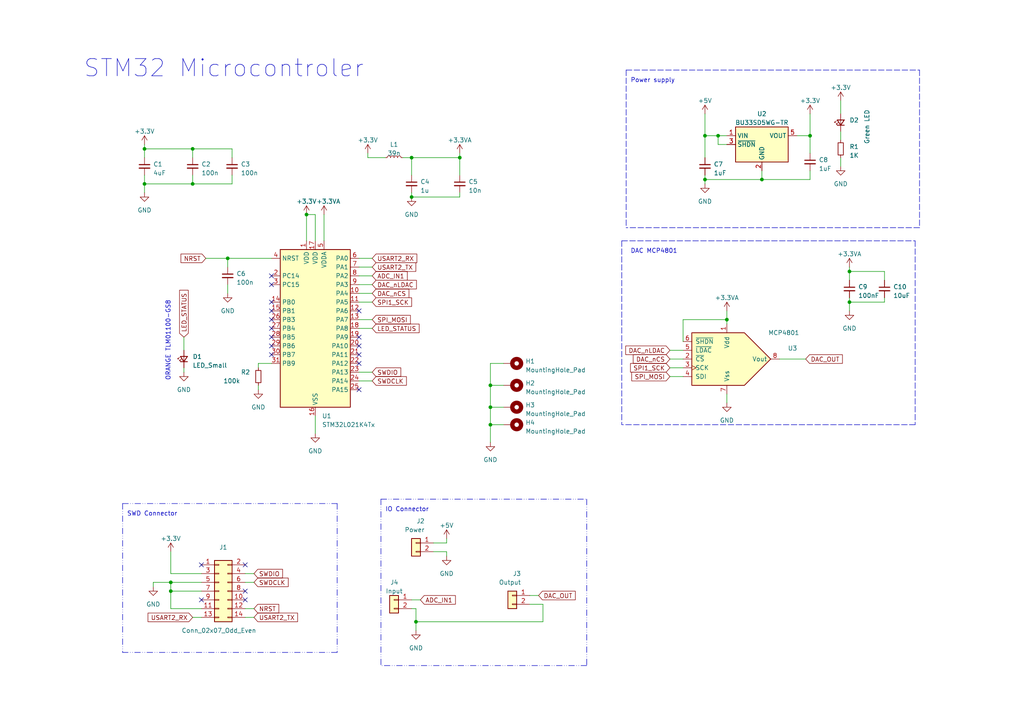
<source format=kicad_sch>
(kicad_sch (version 20230121) (generator eeschema)
  (paper "A4")
  (lib_symbols
    (symbol "Analog_DAC:MCP4801" (pin_names (offset 1.016))
      (property "Reference" "U" (at 1.27 10.795 0))
      (property "Value" "MCP4801" (at 1.27 8.89 0))
      (symbol "MCP4801_0_0"
        (polyline (pts (xy 12.7 0) (xy 5.08 7.62) (xy -10.16 7.62) (xy -10.16 -7.62) (xy 5.08 -7.62) (xy 12.7 0)) (stroke (width 0.254)) (fill (type background)))
      )
      (symbol "MCP4801_1_1"
        (pin power_in line (at 0 10.16 270) (length 2.54) (name "Vdd") (number "1"))
        (pin input line (at -12.7 0 0) (length 2.54) (name "~{CS}") (number "2"))
        (pin input clock (at -12.7 -2.54 0) (length 2.54) (name "SCK") (number "3"))
        (pin input line (at -12.7 -5.08 0) (length 2.54) (name "SDI") (number "4"))
        (pin input line (at -12.7 2.54 0) (length 2.54) (name "~{LDAC}") (number "5"))
        (pin input line (at -12.7 5.08 0) (length 2.54) (name "~{SHDN}") (number "6"))
        (pin power_in line (at 0 -10.16 90) (length 2.54) (name "Vss") (number "7"))
        (pin output line (at 15.24 0 180) (length 2.54) (name "Vout") (number "8"))
      )
    )
    (symbol "Connector_Generic:Conn_01x02" (pin_names (offset 1.016) hide)
      (property "Reference" "J" (at 0 2.54 0))
      (property "Value" "Conn_01x02" (at 0 -5.08 0))
      (symbol "Conn_01x02_1_1"
        (rectangle (start -1.27 -2.413) (end 0 -2.667) (stroke (width 0.1524)))
        (rectangle (start -1.27 0.127) (end 0 -0.127) (stroke (width 0.1524)))
        (rectangle (start -1.27 1.27) (end 1.27 -3.81) (stroke (width 0.254)) (fill (type background)))
        (pin passive line (at -5.08 0 0) (length 3.81) (name "Pin_1") (number "1"))
        (pin passive line (at -5.08 -2.54 0) (length 3.81) (name "Pin_2") (number "2"))
      )
    )
    (symbol "Connector_Generic:Conn_02x07_Odd_Even" (pin_names (offset 1.016) hide)
      (property "Reference" "J" (at 1.27 10.16 0))
      (property "Value" "Conn_02x07_Odd_Even" (at 1.27 -10.16 0))
      (symbol "Conn_02x07_Odd_Even_1_1"
        (rectangle (start -1.27 -7.493) (end 0 -7.747) (stroke (width 0.1524)))
        (rectangle (start -1.27 -4.953) (end 0 -5.207) (stroke (width 0.1524)))
        (rectangle (start -1.27 -2.413) (end 0 -2.667) (stroke (width 0.1524)))
        (rectangle (start -1.27 0.127) (end 0 -0.127) (stroke (width 0.1524)))
        (rectangle (start -1.27 2.667) (end 0 2.413) (stroke (width 0.1524)))
        (rectangle (start -1.27 5.207) (end 0 4.953) (stroke (width 0.1524)))
        (rectangle (start -1.27 7.747) (end 0 7.493) (stroke (width 0.1524)))
        (rectangle (start -1.27 8.89) (end 3.81 -8.89) (stroke (width 0.254)) (fill (type background)))
        (rectangle (start 3.81 -7.493) (end 2.54 -7.747) (stroke (width 0.1524)))
        (rectangle (start 3.81 -4.953) (end 2.54 -5.207) (stroke (width 0.1524)))
        (rectangle (start 3.81 -2.413) (end 2.54 -2.667) (stroke (width 0.1524)))
        (rectangle (start 3.81 0.127) (end 2.54 -0.127) (stroke (width 0.1524)))
        (rectangle (start 3.81 2.667) (end 2.54 2.413) (stroke (width 0.1524)))
        (rectangle (start 3.81 5.207) (end 2.54 4.953) (stroke (width 0.1524)))
        (rectangle (start 3.81 7.747) (end 2.54 7.493) (stroke (width 0.1524)))
        (pin passive line (at -5.08 7.62 0) (length 3.81) (name "Pin_1") (number "1"))
        (pin passive line (at 7.62 -2.54 180) (length 3.81) (name "Pin_10") (number "10"))
        (pin passive line (at -5.08 -5.08 0) (length 3.81) (name "Pin_11") (number "11"))
        (pin passive line (at 7.62 -5.08 180) (length 3.81) (name "Pin_12") (number "12"))
        (pin passive line (at -5.08 -7.62 0) (length 3.81) (name "Pin_13") (number "13"))
        (pin passive line (at 7.62 -7.62 180) (length 3.81) (name "Pin_14") (number "14"))
        (pin passive line (at 7.62 7.62 180) (length 3.81) (name "Pin_2") (number "2"))
        (pin passive line (at -5.08 5.08 0) (length 3.81) (name "Pin_3") (number "3"))
        (pin passive line (at 7.62 5.08 180) (length 3.81) (name "Pin_4") (number "4"))
        (pin passive line (at -5.08 2.54 0) (length 3.81) (name "Pin_5") (number "5"))
        (pin passive line (at 7.62 2.54 180) (length 3.81) (name "Pin_6") (number "6"))
        (pin passive line (at -5.08 0 0) (length 3.81) (name "Pin_7") (number "7"))
        (pin passive line (at 7.62 0 180) (length 3.81) (name "Pin_8") (number "8"))
        (pin passive line (at -5.08 -2.54 0) (length 3.81) (name "Pin_9") (number "9"))
      )
    )
    (symbol "Device:C_Small" (pin_numbers hide) (pin_names (offset 0.254) hide)
      (property "Reference" "C" (at 0.254 1.778 0))
      (property "Value" "C_Small" (at 0.254 -2.032 0))
      (symbol "C_Small_0_1"
        (polyline (pts (xy -1.524 -0.508) (xy 1.524 -0.508)) (stroke (width 0.3302)))
        (polyline (pts (xy -1.524 0.508) (xy 1.524 0.508)) (stroke (width 0.3048)))
      )
      (symbol "C_Small_1_1"
        (pin passive line (at 0 2.54 270) (length 2.032) (name "~") (number "1"))
        (pin passive line (at 0 -2.54 90) (length 2.032) (name "~") (number "2"))
      )
    )
    (symbol "Device:LED_Small" (pin_numbers hide) (pin_names (offset 0.254) hide)
      (property "Reference" "D" (at -1.27 3.175 0))
      (property "Value" "LED_Small" (at -4.445 -2.54 0))
      (symbol "LED_Small_0_1"
        (polyline (pts (xy -0.762 -1.016) (xy -0.762 1.016)) (stroke (width 0.254)))
        (polyline (pts (xy 1.016 0) (xy -0.762 0)))
        (polyline (pts (xy 0.762 -1.016) (xy -0.762 0) (xy 0.762 1.016) (xy 0.762 -1.016)) (stroke (width 0.254)))
        (polyline (pts (xy 0 0.762) (xy -0.508 1.27) (xy -0.254 1.27) (xy -0.508 1.27) (xy -0.508 1.016)))
        (polyline (pts (xy 0.508 1.27) (xy 0 1.778) (xy 0.254 1.778) (xy 0 1.778) (xy 0 1.524)))
      )
      (symbol "LED_Small_1_1"
        (pin passive line (at -2.54 0 0) (length 1.778) (name "K") (number "1"))
        (pin passive line (at 2.54 0 180) (length 1.778) (name "A") (number "2"))
      )
    )
    (symbol "Device:L_Small" (pin_numbers hide) (pin_names (offset 0.254) hide)
      (property "Reference" "L" (at 0.762 1.016 0))
      (property "Value" "L_Small" (at 0.762 -1.016 0))
      (symbol "L_Small_0_1"
        (arc (start 0 -2.032) (mid 0.5058 -1.524) (end 0 -1.016))
        (arc (start 0 -1.016) (mid 0.5058 -0.508) (end 0 0))
        (arc (start 0 0) (mid 0.5058 0.508) (end 0 1.016))
        (arc (start 0 1.016) (mid 0.5058 1.524) (end 0 2.032))
      )
      (symbol "L_Small_1_1"
        (pin passive line (at 0 2.54 270) (length 0.508) (name "~") (number "1"))
        (pin passive line (at 0 -2.54 90) (length 0.508) (name "~") (number "2"))
      )
    )
    (symbol "Device:R_Small" (pin_numbers hide) (pin_names (offset 0.254) hide)
      (property "Reference" "R" (at 0.762 0.508 0))
      (property "Value" "R_Small" (at 0.762 -1.016 0))
      (symbol "R_Small_0_1"
        (rectangle (start -0.762 1.778) (end 0.762 -1.778) (stroke (width 0.2032)))
      )
      (symbol "R_Small_1_1"
        (pin passive line (at 0 2.54 270) (length 0.762) (name "~") (number "1"))
        (pin passive line (at 0 -2.54 90) (length 0.762) (name "~") (number "2"))
      )
    )
    (symbol "MCU_ST_STM32L0:STM32L021K4Tx"
      (property "Reference" "U" (at -10.16 24.13 0))
      (property "Value" "STM32L021K4Tx" (at 5.08 24.13 0))
      (symbol "STM32L021K4Tx_0_1"
        (rectangle (start -10.16 -22.86) (end 10.16 22.86) (stroke (width 0.254)) (fill (type background)))
      )
      (symbol "STM32L021K4Tx_1_1"
        (pin power_in line (at -2.54 25.4 270) (length 2.54) (name "VDD") (number "1"))
        (pin bidirectional line (at 12.7 10.16 180) (length 2.54) (name "PA4") (number "10"))
        (pin bidirectional line (at 12.7 7.62 180) (length 2.54) (name "PA5") (number "11"))
        (pin bidirectional line (at 12.7 5.08 180) (length 2.54) (name "PA6") (number "12"))
        (pin bidirectional line (at 12.7 2.54 180) (length 2.54) (name "PA7") (number "13"))
        (pin bidirectional line (at -12.7 7.62 0) (length 2.54) (name "PB0") (number "14"))
        (pin bidirectional line (at -12.7 5.08 0) (length 2.54) (name "PB1") (number "15"))
        (pin power_in line (at 0 -25.4 90) (length 2.54) (name "VSS") (number "16"))
        (pin power_in line (at 0 25.4 270) (length 2.54) (name "VDD") (number "17"))
        (pin bidirectional line (at 12.7 0 180) (length 2.54) (name "PA8") (number "18"))
        (pin bidirectional line (at 12.7 -2.54 180) (length 2.54) (name "PA9") (number "19"))
        (pin bidirectional line (at -12.7 15.24 0) (length 2.54) (name "PC14") (number "2"))
        (pin bidirectional line (at 12.7 -5.08 180) (length 2.54) (name "PA10") (number "20"))
        (pin bidirectional line (at 12.7 -7.62 180) (length 2.54) (name "PA11") (number "21"))
        (pin bidirectional line (at 12.7 -10.16 180) (length 2.54) (name "PA12") (number "22"))
        (pin bidirectional line (at 12.7 -12.7 180) (length 2.54) (name "PA13") (number "23"))
        (pin bidirectional line (at 12.7 -15.24 180) (length 2.54) (name "PA14") (number "24"))
        (pin bidirectional line (at 12.7 -17.78 180) (length 2.54) (name "PA15") (number "25"))
        (pin bidirectional line (at -12.7 2.54 0) (length 2.54) (name "PB3") (number "26"))
        (pin bidirectional line (at -12.7 0 0) (length 2.54) (name "PB4") (number "27"))
        (pin bidirectional line (at -12.7 -2.54 0) (length 2.54) (name "PB5") (number "28"))
        (pin bidirectional line (at -12.7 -5.08 0) (length 2.54) (name "PB6") (number "29"))
        (pin bidirectional line (at -12.7 12.7 0) (length 2.54) (name "PC15") (number "3"))
        (pin bidirectional line (at -12.7 -7.62 0) (length 2.54) (name "PB7") (number "30"))
        (pin bidirectional line (at -12.7 -10.16 0) (length 2.54) (name "PB9") (number "31"))
        (pin passive line (at 0 -25.4 90) (length 2.54) hide (name "VSS") (number "32"))
        (pin input line (at -12.7 20.32 0) (length 2.54) (name "NRST") (number "4"))
        (pin power_in line (at 2.54 25.4 270) (length 2.54) (name "VDDA") (number "5"))
        (pin bidirectional line (at 12.7 20.32 180) (length 2.54) (name "PA0") (number "6"))
        (pin bidirectional line (at 12.7 17.78 180) (length 2.54) (name "PA1") (number "7"))
        (pin bidirectional line (at 12.7 15.24 180) (length 2.54) (name "PA2") (number "8"))
        (pin bidirectional line (at 12.7 12.7 180) (length 2.54) (name "PA3") (number "9"))
      )
    )
    (symbol "Mechanical:MountingHole_Pad" (pin_numbers hide) (pin_names (offset 1.016) hide)
      (property "Reference" "H" (at 0 6.35 0))
      (property "Value" "MountingHole_Pad" (at 0 4.445 0))
      (symbol "MountingHole_Pad_0_1"
        (circle (center 0 1.27) (radius 1.27) (stroke (width 1.27)))
      )
      (symbol "MountingHole_Pad_1_1"
        (pin input line (at 0 -2.54 90) (length 2.54) (name "1") (number "1"))
      )
    )
    (symbol "Regulator_Linear:MCP1802x-xx02xOT"
      (property "Reference" "U" (at -6.35 6.35 0))
      (property "Value" "MCP1802x-xx02xOT" (at 0 6.35 0))
      (symbol "MCP1802x-xx02xOT_0_1"
        (rectangle (start -7.62 5.08) (end 7.62 -5.08) (stroke (width 0.254)) (fill (type background)))
      )
      (symbol "MCP1802x-xx02xOT_1_1"
        (pin power_in line (at -10.16 2.54 0) (length 2.54) (name "VIN") (number "1"))
        (pin power_in line (at 0 -7.62 90) (length 2.54) (name "GND") (number "2"))
        (pin input line (at -10.16 0 0) (length 2.54) (name "~{SHDN}") (number "3"))
        (pin no_connect line (at 7.62 0 180) (length 2.54) hide (name "NC") (number "4"))
        (pin power_out line (at 10.16 2.54 180) (length 2.54) (name "VOUT") (number "5"))
      )
    )
    (symbol "power:+3.3V" (power) (pin_names (offset 0))
      (property "Value" "+3.3V" (at 0 3.556 0))
      (symbol "+3.3V_0_1"
        (polyline (pts (xy -0.762 1.27) (xy 0 2.54)))
        (polyline (pts (xy 0 0) (xy 0 2.54)))
        (polyline (pts (xy 0 2.54) (xy 0.762 1.27)))
      )
      (symbol "+3.3V_1_1"
        (pin power_in line (at 0 0 90) (length 0) hide (name "+3.3V") (number "1"))
      )
    )
    (symbol "power:+3.3VA" (power) (pin_names (offset 0))
      (property "Value" "+3.3VA" (at 0 3.556 0))
      (symbol "+3.3VA_0_1"
        (polyline (pts (xy -0.762 1.27) (xy 0 2.54)))
        (polyline (pts (xy 0 0) (xy 0 2.54)))
        (polyline (pts (xy 0 2.54) (xy 0.762 1.27)))
      )
      (symbol "+3.3VA_1_1"
        (pin power_in line (at 0 0 90) (length 0) hide (name "+3.3VA") (number "1"))
      )
    )
    (symbol "power:+5V" (power) (pin_names (offset 0))
      (property "Value" "+5V" (at 0 3.556 0))
      (symbol "+5V_0_1"
        (polyline (pts (xy -0.762 1.27) (xy 0 2.54)))
        (polyline (pts (xy 0 0) (xy 0 2.54)))
        (polyline (pts (xy 0 2.54) (xy 0.762 1.27)))
      )
      (symbol "+5V_1_1"
        (pin power_in line (at 0 0 90) (length 0) hide (name "+5V") (number "1"))
      )
    )
    (symbol "power:GND" (power) (pin_names (offset 0))
      (property "Value" "GND" (at 0 -3.81 0))
      (symbol "GND_0_1"
        (polyline (pts (xy 0 0) (xy 0 -1.27) (xy 1.27 -1.27) (xy 0 -2.54) (xy -1.27 -1.27) (xy 0 -1.27)))
      )
      (symbol "GND_1_1"
        (pin power_in line (at 0 0 270) (length 0) hide (name "GND") (number "1"))
      )
    )
  )
  (junction (at 119.38 45.72))
  (junction (at 246.38 78.74))
  (junction (at 49.53 168.91))
  (junction (at 55.88 53.34))
  (junction (at 142.24 111.76))
  (junction (at 208.28 39.37))
  (junction (at 55.88 43.18))
  (junction (at 119.38 57.15))
  (junction (at 41.91 43.18))
  (junction (at 142.24 123.19))
  (junction (at 49.53 171.45))
  (junction (at 133.35 45.72))
  (junction (at 66.04 74.93))
  (junction (at 220.98 52.07))
  (junction (at 234.95 39.37))
  (junction (at 120.65 180.34))
  (junction (at 88.9 62.23))
  (junction (at 41.91 53.34))
  (junction (at 210.82 92.71))
  (junction (at 246.38 87.63))
  (junction (at 142.24 118.11))
  (junction (at 204.47 52.07))
  (junction (at 204.47 39.37))
  (no_connect (at 78.74 82.55))
  (no_connect (at 78.74 80.01))
  (no_connect (at 104.14 90.17))
  (no_connect (at 104.14 113.03))
  (no_connect (at 78.74 90.17))
  (no_connect (at 78.74 87.63))
  (no_connect (at 71.12 171.45))
  (no_connect (at 58.42 173.99))
  (no_connect (at 104.14 105.41))
  (no_connect (at 78.74 92.71))
  (no_connect (at 58.42 163.83))
  (no_connect (at 104.14 100.33))
  (no_connect (at 78.74 97.79))
  (no_connect (at 78.74 102.87))
  (no_connect (at 71.12 163.83))
  (no_connect (at 78.74 100.33))
  (no_connect (at 71.12 173.99))
  (no_connect (at 104.14 102.87))
  (no_connect (at 104.14 97.79))
  (no_connect (at 78.74 95.25))
  (wire (pts (xy 66.04 74.93) (xy 66.04 77.47)))
  (wire (pts (xy 106.68 44.45) (xy 106.68 45.72)))
  (wire (pts (xy 49.53 171.45) (xy 49.53 168.91)))
  (wire (pts (xy 119.38 57.15) (xy 119.38 55.88)))
  (wire (pts (xy 104.14 80.01) (xy 107.95 80.01)))
  (wire (pts (xy 66.04 74.93) (xy 78.74 74.93)))
  (wire (pts (xy 41.91 43.18) (xy 55.88 43.18)))
  (wire (pts (xy 129.54 160.02) (xy 125.73 160.02)))
  (wire (pts (xy 71.12 166.37) (xy 73.66 166.37)))
  (wire (pts (xy 58.42 166.37) (xy 49.53 166.37)))
  (polyline (pts (xy 170.18 193.04) (xy 110.49 193.04)) (stroke (width 0) (type dash_dot_dot)))
  (wire (pts (xy 234.95 49.53) (xy 234.95 52.07)))
  (wire (pts (xy 129.54 157.48) (xy 129.54 156.21)))
  (wire (pts (xy 210.82 39.37) (xy 208.28 39.37)))
  (wire (pts (xy 53.34 101.6) (xy 53.34 97.79)))
  (wire (pts (xy 234.95 39.37) (xy 234.95 44.45)))
  (wire (pts (xy 106.68 45.72) (xy 111.76 45.72)))
  (wire (pts (xy 204.47 53.34) (xy 204.47 52.07)))
  (wire (pts (xy 157.48 180.34) (xy 120.65 180.34)))
  (wire (pts (xy 58.42 176.53) (xy 49.53 176.53)))
  (wire (pts (xy 104.14 110.49) (xy 107.95 110.49)))
  (wire (pts (xy 104.14 82.55) (xy 107.95 82.55)))
  (wire (pts (xy 256.54 87.63) (xy 256.54 86.36)))
  (wire (pts (xy 210.82 92.71) (xy 210.82 93.98)))
  (polyline (pts (xy 266.7 20.32) (xy 266.7 66.04)) (stroke (width 0) (type dash)))
  (wire (pts (xy 204.47 39.37) (xy 204.47 45.72)))
  (wire (pts (xy 234.95 39.37) (xy 231.14 39.37)))
  (wire (pts (xy 220.98 49.53) (xy 220.98 52.07)))
  (wire (pts (xy 44.45 168.91) (xy 44.45 170.18)))
  (wire (pts (xy 243.84 45.72) (xy 243.84 48.26)))
  (wire (pts (xy 67.31 50.8) (xy 67.31 53.34)))
  (wire (pts (xy 125.73 157.48) (xy 129.54 157.48)))
  (polyline (pts (xy 180.34 69.85) (xy 265.43 69.85)) (stroke (width 0) (type dash)))
  (wire (pts (xy 59.69 74.93) (xy 66.04 74.93)))
  (wire (pts (xy 104.14 87.63) (xy 107.95 87.63)))
  (wire (pts (xy 120.65 176.53) (xy 120.65 180.34)))
  (wire (pts (xy 104.14 77.47) (xy 107.95 77.47)))
  (wire (pts (xy 41.91 41.91) (xy 41.91 43.18)))
  (wire (pts (xy 104.14 92.71) (xy 107.95 92.71)))
  (wire (pts (xy 58.42 171.45) (xy 49.53 171.45)))
  (wire (pts (xy 93.98 62.23) (xy 93.98 69.85)))
  (wire (pts (xy 246.38 78.74) (xy 246.38 81.28)))
  (wire (pts (xy 142.24 118.11) (xy 142.24 123.19)))
  (wire (pts (xy 246.38 87.63) (xy 256.54 87.63)))
  (wire (pts (xy 88.9 62.23) (xy 91.44 62.23)))
  (polyline (pts (xy 97.79 146.05) (xy 97.79 189.23)) (stroke (width 0) (type dash_dot_dot)))
  (wire (pts (xy 67.31 43.18) (xy 67.31 45.72)))
  (wire (pts (xy 194.31 101.6) (xy 198.12 101.6)))
  (polyline (pts (xy 170.18 144.78) (xy 170.18 193.04)) (stroke (width 0) (type dash_dot_dot)))
  (wire (pts (xy 243.84 38.1) (xy 243.84 40.64)))
  (wire (pts (xy 120.65 180.34) (xy 120.65 182.88)))
  (polyline (pts (xy 35.56 146.05) (xy 97.79 146.05)) (stroke (width 0) (type dash_dot_dot)))
  (polyline (pts (xy 181.61 20.32) (xy 266.7 20.32)) (stroke (width 0) (type dash)))
  (wire (pts (xy 49.53 166.37) (xy 49.53 160.02)))
  (wire (pts (xy 119.38 45.72) (xy 119.38 50.8)))
  (wire (pts (xy 133.35 45.72) (xy 133.35 50.8)))
  (wire (pts (xy 49.53 168.91) (xy 58.42 168.91)))
  (wire (pts (xy 78.74 105.41) (xy 74.93 105.41)))
  (wire (pts (xy 49.53 176.53) (xy 49.53 171.45)))
  (polyline (pts (xy 97.79 189.23) (xy 35.56 189.23)) (stroke (width 0) (type dash_dot_dot)))
  (wire (pts (xy 91.44 120.65) (xy 91.44 125.73)))
  (polyline (pts (xy 265.43 69.85) (xy 265.43 123.19)) (stroke (width 0) (type dash)))
  (wire (pts (xy 71.12 176.53) (xy 73.66 176.53)))
  (polyline (pts (xy 265.43 123.19) (xy 180.34 123.19)) (stroke (width 0) (type dash)))
  (wire (pts (xy 142.24 118.11) (xy 146.05 118.11)))
  (wire (pts (xy 120.65 176.53) (xy 119.38 176.53)))
  (polyline (pts (xy 181.61 20.32) (xy 181.61 66.04)) (stroke (width 0) (type dash)))
  (wire (pts (xy 210.82 114.3) (xy 210.82 116.84)))
  (wire (pts (xy 246.38 77.47) (xy 246.38 78.74)))
  (wire (pts (xy 66.04 85.09) (xy 66.04 82.55)))
  (wire (pts (xy 41.91 53.34) (xy 41.91 55.88)))
  (wire (pts (xy 133.35 57.15) (xy 133.35 55.88)))
  (wire (pts (xy 91.44 62.23) (xy 91.44 69.85)))
  (wire (pts (xy 88.9 62.23) (xy 88.9 69.85)))
  (polyline (pts (xy 35.56 146.05) (xy 35.56 189.23)) (stroke (width 0) (type dash_dot_dot)))
  (wire (pts (xy 142.24 123.19) (xy 142.24 128.27)))
  (wire (pts (xy 129.54 161.29) (xy 129.54 160.02)))
  (wire (pts (xy 107.95 95.25) (xy 104.14 95.25)))
  (wire (pts (xy 104.14 85.09) (xy 107.95 85.09)))
  (polyline (pts (xy 266.7 66.04) (xy 181.61 66.04)) (stroke (width 0) (type dash)))
  (wire (pts (xy 55.88 179.07) (xy 58.42 179.07)))
  (wire (pts (xy 41.91 43.18) (xy 41.91 45.72)))
  (wire (pts (xy 119.38 45.72) (xy 133.35 45.72)))
  (wire (pts (xy 246.38 87.63) (xy 246.38 90.17)))
  (wire (pts (xy 41.91 50.8) (xy 41.91 53.34)))
  (wire (pts (xy 44.45 168.91) (xy 49.53 168.91)))
  (wire (pts (xy 142.24 123.19) (xy 146.05 123.19)))
  (wire (pts (xy 243.84 29.21) (xy 243.84 33.02)))
  (wire (pts (xy 153.67 172.72) (xy 156.21 172.72)))
  (wire (pts (xy 210.82 90.17) (xy 210.82 92.71)))
  (wire (pts (xy 204.47 52.07) (xy 220.98 52.07)))
  (wire (pts (xy 55.88 43.18) (xy 67.31 43.18)))
  (wire (pts (xy 157.48 175.26) (xy 157.48 180.34)))
  (wire (pts (xy 153.67 175.26) (xy 157.48 175.26)))
  (wire (pts (xy 71.12 168.91) (xy 73.66 168.91)))
  (wire (pts (xy 53.34 107.95) (xy 53.34 106.68)))
  (wire (pts (xy 71.12 179.07) (xy 73.66 179.07)))
  (wire (pts (xy 74.93 105.41) (xy 74.93 106.68)))
  (wire (pts (xy 204.47 33.02) (xy 204.47 39.37)))
  (wire (pts (xy 256.54 81.28) (xy 256.54 78.74)))
  (wire (pts (xy 194.31 106.68) (xy 198.12 106.68)))
  (wire (pts (xy 194.31 104.14) (xy 198.12 104.14)))
  (wire (pts (xy 210.82 41.91) (xy 208.28 41.91)))
  (wire (pts (xy 142.24 111.76) (xy 142.24 118.11)))
  (wire (pts (xy 194.31 109.22) (xy 198.12 109.22)))
  (wire (pts (xy 198.12 92.71) (xy 210.82 92.71)))
  (wire (pts (xy 142.24 105.41) (xy 142.24 111.76)))
  (wire (pts (xy 74.93 113.03) (xy 74.93 111.76)))
  (wire (pts (xy 55.88 43.18) (xy 55.88 45.72)))
  (wire (pts (xy 204.47 52.07) (xy 204.47 50.8)))
  (wire (pts (xy 55.88 53.34) (xy 41.91 53.34)))
  (polyline (pts (xy 110.49 144.78) (xy 110.49 193.04)) (stroke (width 0) (type dash_dot_dot)))
  (wire (pts (xy 116.84 45.72) (xy 119.38 45.72)))
  (wire (pts (xy 55.88 50.8) (xy 55.88 53.34)))
  (wire (pts (xy 119.38 57.15) (xy 133.35 57.15)))
  (wire (pts (xy 133.35 45.72) (xy 133.35 44.45)))
  (wire (pts (xy 226.06 104.14) (xy 233.68 104.14)))
  (wire (pts (xy 246.38 86.36) (xy 246.38 87.63)))
  (wire (pts (xy 208.28 39.37) (xy 204.47 39.37)))
  (polyline (pts (xy 180.34 69.85) (xy 180.34 123.19)) (stroke (width 0) (type dash)))
  (wire (pts (xy 146.05 105.41) (xy 142.24 105.41)))
  (wire (pts (xy 234.95 33.02) (xy 234.95 39.37)))
  (wire (pts (xy 119.38 173.99) (xy 121.92 173.99)))
  (wire (pts (xy 208.28 41.91) (xy 208.28 39.37)))
  (wire (pts (xy 198.12 99.06) (xy 198.12 92.71)))
  (wire (pts (xy 142.24 111.76) (xy 146.05 111.76)))
  (wire (pts (xy 107.95 74.93) (xy 104.14 74.93)))
  (wire (pts (xy 220.98 52.07) (xy 234.95 52.07)))
  (polyline (pts (xy 110.49 144.78) (xy 170.18 144.78)) (stroke (width 0) (type dash_dot_dot)))
  (wire (pts (xy 67.31 53.34) (xy 55.88 53.34)))
  (wire (pts (xy 256.54 78.74) (xy 246.38 78.74)))
  (wire (pts (xy 104.14 107.95) (xy 107.95 107.95)))
  (text "ORANGE TLM01100-GS8" (at 49.53 110.49 90) (effects (font (size 1.27 1.27)) (justify left bottom)))
  (text "DAC MCP4801" (at 182.88 73.66 0) (effects (font (size 1.27 1.27)) (justify left bottom)))
  (text "IO Connector" (at 111.76 148.59 0) (effects (font (size 1.27 1.27)) (justify left bottom)))
  (text "Power supply" (at 182.88 24.13 0) (effects (font (size 1.27 1.27)) (justify left bottom)))
  (text "SWD Connector" (at 36.83 149.86 0) (effects (font (size 1.27 1.27)) (justify left bottom)))
  (text "STM32 Microcontroler" (at 24.13 22.86 0) (effects (font (size 5 5)) (justify left bottom)))
  (global_label "ADC_IN1" (shape input) (at 107.95 80.01 0) (property "Intersheetrefs" "${INTERSHEET_REFS}" (effects hide)))
  (global_label "SPI1_SCK" (shape input) (at 107.95 87.63 0) (property "Intersheetrefs" "${INTERSHEET_REFS}" (effects hide)))
  (global_label "DAC_OUT" (shape input) (at 233.68 104.14 0) (property "Intersheetrefs" "${INTERSHEET_REFS}" (effects hide)))
  (global_label "USART2_RX" (shape input) (at 55.88 179.07 180) (property "Intersheetrefs" "${INTERSHEET_REFS}" (effects hide)))
  (global_label "DAC_nLDAC" (shape input) (at 194.31 101.6 180) (property "Intersheetrefs" "${INTERSHEET_REFS}" (effects hide)))
  (global_label "SPI_MOSI" (shape input) (at 107.95 92.71 0) (property "Intersheetrefs" "${INTERSHEET_REFS}" (effects hide)))
  (global_label "SWDCLK" (shape input) (at 107.95 110.49 0) (property "Intersheetrefs" "${INTERSHEET_REFS}" (effects hide)))
  (global_label "DAC_nLDAC" (shape input) (at 107.95 82.55 0) (property "Intersheetrefs" "${INTERSHEET_REFS}" (effects hide)))
  (global_label "SWDCLK" (shape input) (at 73.66 168.91 0) (property "Intersheetrefs" "${INTERSHEET_REFS}" (effects hide)))
  (global_label "DAC_nCS" (shape input) (at 107.95 85.09 0) (property "Intersheetrefs" "${INTERSHEET_REFS}" (effects hide)))
  (global_label "USART2_TX" (shape input) (at 73.66 179.07 0) (property "Intersheetrefs" "${INTERSHEET_REFS}" (effects hide)))
  (global_label "LED_STATUS" (shape input) (at 107.95 95.25 0) (property "Intersheetrefs" "${INTERSHEET_REFS}" (effects hide)))
  (global_label "USART2_RX" (shape input) (at 107.95 74.93 0) (property "Intersheetrefs" "${INTERSHEET_REFS}" (effects hide)))
  (global_label "LED_STATUS" (shape input) (at 53.34 97.79 90) (property "Intersheetrefs" "${INTERSHEET_REFS}" (effects hide)))
  (global_label "NRST" (shape input) (at 59.69 74.93 180) (property "Intersheetrefs" "${INTERSHEET_REFS}" (effects hide)))
  (global_label "DAC_nCS" (shape input) (at 194.31 104.14 180) (property "Intersheetrefs" "${INTERSHEET_REFS}" (effects hide)))
  (global_label "ADC_IN1" (shape input) (at 121.92 173.99 0) (property "Intersheetrefs" "${INTERSHEET_REFS}" (effects hide)))
  (global_label "SPI1_SCK" (shape input) (at 194.31 106.68 180) (property "Intersheetrefs" "${INTERSHEET_REFS}" (effects hide)))
  (global_label "SWDIO" (shape input) (at 107.95 107.95 0) (property "Intersheetrefs" "${INTERSHEET_REFS}" (effects hide)))
  (global_label "USART2_TX" (shape input) (at 107.95 77.47 0) (property "Intersheetrefs" "${INTERSHEET_REFS}" (effects hide)))
  (global_label "NRST" (shape input) (at 73.66 176.53 0) (property "Intersheetrefs" "${INTERSHEET_REFS}" (effects hide)))
  (global_label "SWDIO" (shape input) (at 73.66 166.37 0) (property "Intersheetrefs" "${INTERSHEET_REFS}" (effects hide)))
  (global_label "SPI_MOSI" (shape input) (at 194.31 109.22 180) (property "Intersheetrefs" "${INTERSHEET_REFS}" (effects hide)))
  (global_label "DAC_OUT" (shape input) (at 156.21 172.72 0) (property "Intersheetrefs" "${INTERSHEET_REFS}" (effects hide)))
  (symbol (lib_id "Device:C_Small") (at 41.91 48.26 0) (unit 1)
    (property "Reference" "C1" (at 44.45 47.6313 0) (effects (justify left)))
    (property "Value" "4uF" (at 44.45 50.1713 0) (effects (justify left)))
    (property "Footprint" "Capacitor_SMD:C_0805_2012Metric_Pad1.18x1.45mm_HandSolder" (effects hide))
  )
  (symbol (lib_id "Device:C_Small") (at 246.38 83.82 0) (unit 1)
    (property "Reference" "C9" (at 248.92 83.1913 0) (effects (justify left)))
    (property "Value" "100nF" (at 248.92 85.7313 0) (effects (justify left)))
    (property "Footprint" "Capacitor_SMD:C_0805_2012Metric_Pad1.18x1.45mm_HandSolder" (effects hide))
  )
  (symbol (lib_id "Device:C_Small") (at 66.04 80.01 0) (unit 1)
    (property "Reference" "C6" (at 68.58 79.3813 0) (effects (justify left)))
    (property "Value" "100n" (at 68.58 81.9213 0) (effects (justify left)))
    (property "Footprint" "Capacitor_SMD:C_0805_2012Metric_Pad1.18x1.45mm_HandSolder" (effects hide))
  )
  (symbol (lib_id "Mechanical:MountingHole_Pad") (at 148.59 123.19 270) (unit 1)
    (property "Reference" "H4" (at 152.4 122.555 90) (effects (justify left)))
    (property "Value" "MountingHole_Pad" (at 152.4 125.095 90) (effects (justify left)))
    (property "Footprint" "MountingHole:MountingHole_3.2mm_M3_Pad" (effects hide))
  )
  (symbol (lib_id "power:GND") (at 41.91 55.88 0) (unit 1)
    (property "Reference" "#PWR07" (effects hide))
    (property "Value" "GND" (at 41.91 60.96 0))
  )
  (symbol (lib_id "Device:C_Small") (at 67.31 48.26 0) (unit 1)
    (property "Reference" "C3" (at 69.85 47.6313 0) (effects (justify left)))
    (property "Value" "100n" (at 69.85 50.1713 0) (effects (justify left)))
    (property "Footprint" "Capacitor_SMD:C_0805_2012Metric_Pad1.18x1.45mm_HandSolder" (effects hide))
  )
  (symbol (lib_id "Mechanical:MountingHole_Pad") (at 148.59 118.11 270) (unit 1)
    (property "Reference" "H3" (at 152.4 117.475 90) (effects (justify left)))
    (property "Value" "MountingHole_Pad" (at 152.4 120.015 90) (effects (justify left)))
    (property "Footprint" "MountingHole:MountingHole_3.2mm_M3_Pad" (effects hide))
  )
  (symbol (lib_id "power:+3.3V") (at 49.53 160.02 0) (unit 1)
    (property "Reference" "#PWR020" (effects hide))
    (property "Value" "+3.3V" (at 49.53 156.21 0))
  )
  (symbol (lib_id "Connector_Generic:Conn_02x07_Odd_Even") (at 63.5 171.45 0) (unit 1)
    (property "Reference" "J1" (at 64.77 158.75 0))
    (property "Value" "Conn_02x07_Odd_Even" (at 63.5 182.88 0))
    (property "Footprint" "Connector_PinHeader_1.27mm:PinHeader_2x07_P1.27mm_Vertical_SMD" (effects hide))
  )
  (symbol (lib_id "Device:C_Small") (at 256.54 83.82 0) (unit 1)
    (property "Reference" "C10" (at 259.08 83.1913 0) (effects (justify left)))
    (property "Value" "10uF" (at 259.08 85.7313 0) (effects (justify left)))
    (property "Footprint" "Capacitor_SMD:C_0805_2012Metric_Pad1.18x1.45mm_HandSolder" (effects hide))
  )
  (symbol (lib_id "power:GND") (at 53.34 107.95 0) (unit 1)
    (property "Reference" "#PWR05" (effects hide))
    (property "Value" "GND" (at 53.34 113.03 0))
  )
  (symbol (lib_id "power:+3.3V") (at 41.91 41.91 0) (unit 1)
    (property "Reference" "#PWR06" (effects hide))
    (property "Value" "+3.3V" (at 41.91 38.1 0))
  )
  (symbol (lib_id "Device:LED_Small") (at 243.84 35.56 90) (unit 1)
    (property "Reference" "D2" (at 246.38 34.8615 90) (effects (justify right)))
    (property "Value" "Green LED" (at 251.46 31.75 0) (effects (justify right)))
    (property "Footprint" "LED_SMD:LED_0603_1608Metric_Pad1.05x0.95mm_HandSolder" (effects hide))
  )
  (symbol (lib_id "power:+5V") (at 129.54 156.21 0) (unit 1)
    (property "Reference" "#PWR022" (effects hide))
    (property "Value" "+5V" (at 129.54 152.4 0))
  )
  (symbol (lib_id "power:GND") (at 74.93 113.03 0) (unit 1)
    (property "Reference" "#PWR024" (effects hide))
    (property "Value" "GND" (at 74.93 118.11 0))
  )
  (symbol (lib_id "power:+3.3V") (at 234.95 33.02 0) (unit 1)
    (property "Reference" "#PWR014" (effects hide))
    (property "Value" "+3.3V" (at 234.95 29.21 0))
  )
  (symbol (lib_id "power:+5V") (at 204.47 33.02 0) (unit 1)
    (property "Reference" "#PWR013" (effects hide))
    (property "Value" "+5V" (at 204.47 29.21 0))
  )
  (symbol (lib_id "Device:C_Small") (at 133.35 53.34 0) (unit 1)
    (property "Reference" "C5" (at 135.89 52.7113 0) (effects (justify left)))
    (property "Value" "10n" (at 135.89 55.2513 0) (effects (justify left)))
    (property "Footprint" "Capacitor_SMD:C_0805_2012Metric_Pad1.18x1.45mm_HandSolder" (effects hide))
  )
  (symbol (lib_id "Analog_DAC:MCP4801") (at 210.82 104.14 0) (unit 1)
    (property "Reference" "U3" (at 229.87 101.0159 0))
    (property "Value" "MCP4801" (at 227.33 96.52 0))
    (property "Footprint" "Package_SO:SOIC-8_3.9x4.9mm_P1.27mm" (effects hide))
    (property "Datasheet" "http://ww1.microchip.com/downloads/en/DeviceDoc/22244B.pdf" (effects hide))
  )
  (symbol (lib_id "Regulator_Linear:MCP1802x-xx02xOT") (at 220.98 41.91 0) (unit 1)
    (property "Reference" "U2" (at 220.98 33.02 0))
    (property "Value" "BU33SD5WG-TR" (at 220.98 35.56 0))
    (property "Footprint" "Package_TO_SOT_SMD:SOT-23-5" (effects hide))
    (property "Datasheet" "http://ww1.microchip.com/downloads/en/DeviceDoc/22053C.pdf" (effects hide))
  )
  (symbol (lib_id "power:GND") (at 142.24 128.27 0) (unit 1)
    (property "Reference" "#PWR026" (effects hide))
    (property "Value" "GND" (at 142.24 133.35 0))
  )
  (symbol (lib_id "Device:C_Small") (at 119.38 53.34 0) (unit 1)
    (property "Reference" "C4" (at 121.92 52.7113 0) (effects (justify left)))
    (property "Value" "1u" (at 121.92 55.2513 0) (effects (justify left)))
    (property "Footprint" "Capacitor_SMD:C_0805_2012Metric" (effects hide))
  )
  (symbol (lib_id "Connector_Generic:Conn_01x02") (at 114.3 173.99 0) (mirror y) (unit 1)
    (property "Reference" "J4" (at 115.57 168.91 0) (effects (justify left)))
    (property "Value" "Input" (at 116.84 171.45 0) (effects (justify left)))
    (property "Footprint" "Connector_JST:JST_XH_B2B-XH-A_1x02_P2.50mm_Vertical" (effects hide))
  )
  (symbol (lib_id "power:GND") (at 91.44 125.73 0) (unit 1)
    (property "Reference" "#PWR01" (effects hide))
    (property "Value" "GND" (at 91.44 130.81 0))
  )
  (symbol (lib_id "power:GND") (at 120.65 182.88 0) (unit 1)
    (property "Reference" "#PWR021" (effects hide))
    (property "Value" "GND" (at 120.65 187.96 0))
  )
  (symbol (lib_id "power:+3.3VA") (at 133.35 44.45 0) (unit 1)
    (property "Reference" "#PWR010" (effects hide))
    (property "Value" "+3.3VA" (at 133.35 40.64 0))
  )
  (symbol (lib_id "Device:R_Small") (at 74.93 109.22 0) (unit 1)
    (property "Reference" "R2" (at 69.85 107.95 0) (effects (justify left)))
    (property "Value" "100k" (at 64.77 110.49 0) (effects (justify left)))
    (property "Footprint" "Resistor_SMD:R_0805_2012Metric_Pad1.20x1.40mm_HandSolder" (effects hide))
  )
  (symbol (lib_id "Device:L_Small") (at 114.3 45.72 90) (unit 1)
    (property "Reference" "L1" (at 114.3 41.91 90))
    (property "Value" "39n" (at 114.3 44.45 90))
    (property "Footprint" "Inductor_SMD:L_0805_2012Metric_Pad1.05x1.20mm_HandSolder" (effects hide))
  )
  (symbol (lib_id "Device:C_Small") (at 55.88 48.26 0) (unit 1)
    (property "Reference" "C2" (at 58.42 47.6313 0) (effects (justify left)))
    (property "Value" "100n" (at 58.42 50.1713 0) (effects (justify left)))
    (property "Footprint" "Capacitor_SMD:C_0805_2012Metric_Pad1.18x1.45mm_HandSolder" (effects hide))
  )
  (symbol (lib_id "power:+3.3VA") (at 246.38 77.47 0) (unit 1)
    (property "Reference" "#PWR015" (effects hide))
    (property "Value" "+3.3VA" (at 246.38 73.66 0))
  )
  (symbol (lib_id "power:+3.3VA") (at 210.82 90.17 0) (unit 1)
    (property "Reference" "#PWR011" (effects hide))
    (property "Value" "+3.3VA" (at 210.82 86.36 0))
  )
  (symbol (lib_id "Device:C_Small") (at 234.95 46.99 0) (unit 1)
    (property "Reference" "C8" (at 237.49 46.3613 0) (effects (justify left)))
    (property "Value" "1uF" (at 237.49 48.9013 0) (effects (justify left)))
    (property "Footprint" "Capacitor_SMD:C_0805_2012Metric_Pad1.18x1.45mm_HandSolder" (effects hide))
  )
  (symbol (lib_id "power:GND") (at 119.38 57.15 0) (unit 1)
    (property "Reference" "#PWR08" (effects hide))
    (property "Value" "GND" (at 119.38 62.23 0))
  )
  (symbol (lib_id "power:GND") (at 210.82 116.84 0) (unit 1)
    (property "Reference" "#PWR012" (effects hide))
    (property "Value" "GND" (at 210.82 121.92 0))
  )
  (symbol (lib_id "power:GND") (at 129.54 161.29 0) (unit 1)
    (property "Reference" "#PWR023" (effects hide))
    (property "Value" "GND" (at 129.54 166.37 0))
  )
  (symbol (lib_id "power:GND") (at 44.45 170.18 0) (unit 1)
    (property "Reference" "#PWR019" (effects hide))
    (property "Value" "GND" (at 44.45 175.26 0))
  )
  (symbol (lib_id "Mechanical:MountingHole_Pad") (at 148.59 111.76 270) (unit 1)
    (property "Reference" "H2" (at 152.4 111.125 90) (effects (justify left)))
    (property "Value" "MountingHole_Pad" (at 152.4 113.665 90) (effects (justify left)))
    (property "Footprint" "MountingHole:MountingHole_3.2mm_M3_Pad" (effects hide))
  )
  (symbol (lib_id "MCU_ST_STM32L0:STM32L021K4Tx") (at 91.44 95.25 0) (unit 1)
    (property "Reference" "U1" (at 93.3959 120.65 0) (effects (justify left)))
    (property "Value" "STM32L021K4Tx" (at 93.3959 123.19 0) (effects (justify left)))
    (property "Footprint" "Package_QFP:LQFP-32_7x7mm_P0.8mm" (effects hide))
    (property "Datasheet" "https://www.st.com/resource/en/datasheet/stm32l021k4.pdf" (effects hide))
  )
  (symbol (lib_id "power:+3.3V") (at 243.84 29.21 0) (unit 1)
    (property "Reference" "#PWR017" (effects hide))
    (property "Value" "+3.3V" (at 243.84 25.4 0))
  )
  (symbol (lib_id "Device:C_Small") (at 204.47 48.26 0) (unit 1)
    (property "Reference" "C7" (at 207.01 47.6313 0) (effects (justify left)))
    (property "Value" "1uF" (at 207.01 50.1713 0) (effects (justify left)))
    (property "Footprint" "Capacitor_SMD:C_0805_2012Metric" (effects hide))
  )
  (symbol (lib_id "power:+3.3VA") (at 93.98 62.23 0) (unit 1)
    (property "Reference" "#PWR03" (effects hide))
    (property "Value" "+3.3VA" (at 95.25 58.42 0))
  )
  (symbol (lib_id "power:GND") (at 243.84 48.26 0) (unit 1)
    (property "Reference" "#PWR018" (effects hide))
    (property "Value" "GND" (at 243.84 53.34 0))
  )
  (symbol (lib_id "Device:LED_Small") (at 53.34 104.14 90) (unit 1)
    (property "Reference" "D1" (at 55.88 103.4415 90) (effects (justify right)))
    (property "Value" "LED_Small" (at 55.88 105.9815 90) (effects (justify right)))
    (property "Footprint" "LED_SMD:LED_0603_1608Metric_Pad1.05x0.95mm_HandSolder" (effects hide))
  )
  (symbol (lib_id "power:GND") (at 246.38 90.17 0) (unit 1)
    (property "Reference" "#PWR016" (effects hide))
    (property "Value" "GND" (at 246.38 95.25 0))
  )
  (symbol (lib_id "power:GND") (at 66.04 85.09 0) (unit 1)
    (property "Reference" "#PWR04" (effects hide))
    (property "Value" "GND" (at 66.04 90.17 0))
  )
  (symbol (lib_id "Mechanical:MountingHole_Pad") (at 148.59 105.41 270) (unit 1)
    (property "Reference" "H1" (at 152.4 104.775 90) (effects (justify left)))
    (property "Value" "MountingHole_Pad" (at 152.4 107.315 90) (effects (justify left)))
    (property "Footprint" "MountingHole:MountingHole_3.2mm_M3_Pad" (effects hide))
  )
  (symbol (lib_id "Connector_Generic:Conn_01x02") (at 148.59 172.72 0) (mirror y) (unit 1)
    (property "Reference" "J3" (at 151.13 166.37 0) (effects (justify left)))
    (property "Value" "Output" (at 151.13 168.91 0) (effects (justify left)))
    (property "Footprint" "Connector_JST:JST_XH_B2B-XH-A_1x02_P2.50mm_Vertical" (effects hide))
  )
  (symbol (lib_id "power:+3.3V") (at 88.9 62.23 0) (unit 1)
    (property "Reference" "#PWR02" (effects hide))
    (property "Value" "+3.3V" (at 88.9 58.42 0))
  )
  (symbol (lib_id "power:+3.3V") (at 106.68 44.45 0) (unit 1)
    (property "Reference" "#PWR09" (effects hide))
    (property "Value" "+3.3V" (at 106.68 40.64 0))
  )
  (symbol (lib_id "power:GND") (at 204.47 53.34 0) (unit 1)
    (property "Reference" "#PWR025" (effects hide))
    (property "Value" "GND" (at 204.47 58.42 0))
  )
  (symbol (lib_id "Connector_Generic:Conn_01x02") (at 120.65 157.48 0) (mirror y) (unit 1)
    (property "Reference" "J2" (at 123.19 151.13 0) (effects (justify left)))
    (property "Value" "Power" (at 123.19 153.67 0) (effects (justify left)))
    (property "Footprint" "Connector_JST:JST_XH_B2B-XH-A_1x02_P2.50mm_Vertical" (effects hide))
  )
  (symbol (lib_id "Device:R_Small") (at 243.84 43.18 0) (unit 1)
    (property "Reference" "R1" (at 246.38 42.545 0) (effects (justify left)))
    (property "Value" "1K" (at 246.38 45.085 0) (effects (justify left)))
    (property "Footprint" "Resistor_SMD:R_0805_2012Metric_Pad1.20x1.40mm_HandSolder" (effects hide))
  )
)
</source>
